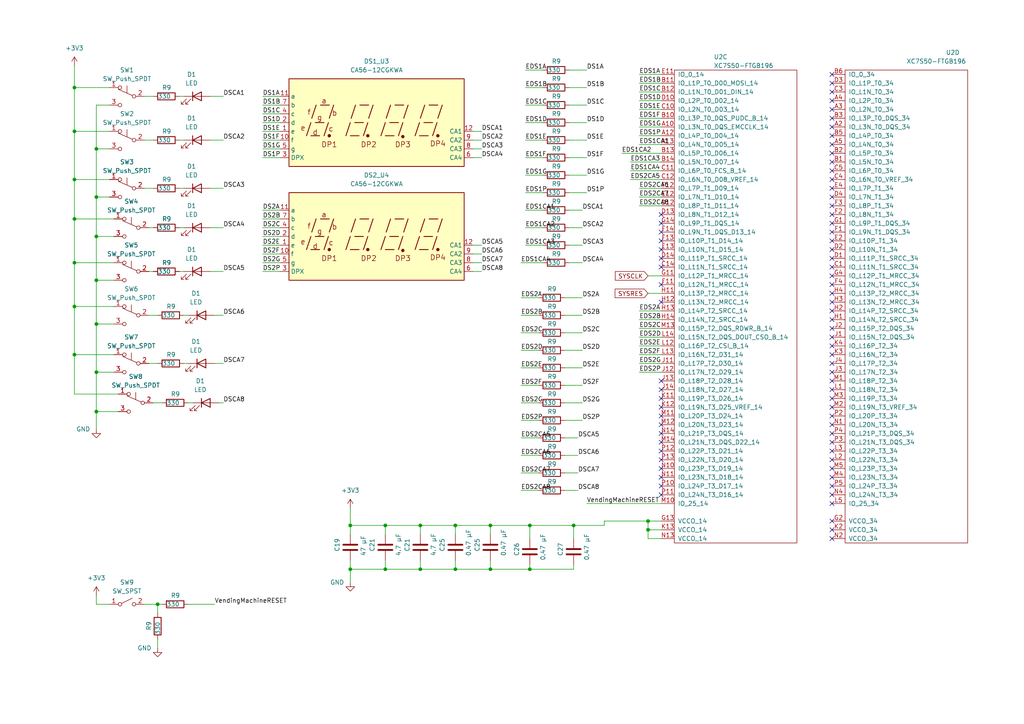
<source format=kicad_sch>
(kicad_sch (version 20230121) (generator eeschema)
  (paper "A4")
  (junction (at 27.94 68.58))
  (junction (at 21.59 52.07))
  (junction (at 111.76 165.1))
  (junction (at 27.94 93.98))
  (junction (at 101.6 165.1))
  (junction (at 27.94 57.15))
  (junction (at 111.76 152.4))
  (junction (at 121.92 152.4))
  (junction (at 21.59 25.4))
  (junction (at 132.08 152.4))
  (junction (at 153.67 165.1))
  (junction (at 153.67 152.4))
  (junction (at 166.37 152.4))
  (junction (at 132.08 165.1))
  (junction (at 21.59 88.9))
  (junction (at 187.96 151.13))
  (junction (at 27.94 43.18))
  (junction (at 142.24 152.4))
  (junction (at 101.6 152.4))
  (junction (at 45.72 175.26))
  (junction (at 187.96 153.67))
  (junction (at 27.94 107.95))
  (junction (at 21.59 102.87))
  (junction (at 21.59 63.5))
  (junction (at 27.94 81.28))
  (junction (at 21.59 76.2))
  (junction (at 21.59 38.1))
  (junction (at 142.24 165.1))
  (junction (at 27.94 119.38))
  (junction (at 121.92 165.1))
  (no_connect (at 241.3 102.87))
  (no_connect (at 191.77 130.81))
  (no_connect (at 241.3 151.13))
  (no_connect (at 241.3 54.61))
  (no_connect (at 191.77 72.39))
  (no_connect (at 241.3 57.15))
  (no_connect (at 241.3 135.89))
  (no_connect (at 241.3 146.05))
  (no_connect (at 191.77 133.35))
  (no_connect (at 191.77 62.23))
  (no_connect (at 241.3 130.81))
  (no_connect (at 191.77 67.31))
  (no_connect (at 241.3 62.23))
  (no_connect (at 241.3 39.37))
  (no_connect (at 191.77 138.43))
  (no_connect (at 191.77 143.51))
  (no_connect (at 241.3 77.47))
  (no_connect (at 241.3 52.07))
  (no_connect (at 191.77 69.85))
  (no_connect (at 241.3 133.35))
  (no_connect (at 241.3 74.93))
  (no_connect (at 241.3 125.73))
  (no_connect (at 191.77 118.11))
  (no_connect (at 191.77 82.55))
  (no_connect (at 241.3 92.71))
  (no_connect (at 241.3 44.45))
  (no_connect (at 241.3 29.21))
  (no_connect (at 241.3 95.25))
  (no_connect (at 241.3 140.97))
  (no_connect (at 241.3 72.39))
  (no_connect (at 191.77 113.03))
  (no_connect (at 241.3 143.51))
  (no_connect (at 241.3 156.21))
  (no_connect (at 241.3 46.99))
  (no_connect (at 241.3 110.49))
  (no_connect (at 191.77 77.47))
  (no_connect (at 241.3 100.33))
  (no_connect (at 241.3 128.27))
  (no_connect (at 191.77 125.73))
  (no_connect (at 241.3 34.29))
  (no_connect (at 191.77 128.27))
  (no_connect (at 241.3 153.67))
  (no_connect (at 191.77 120.65))
  (no_connect (at 241.3 67.31))
  (no_connect (at 241.3 138.43))
  (no_connect (at 241.3 59.69))
  (no_connect (at 191.77 64.77))
  (no_connect (at 241.3 49.53))
  (no_connect (at 241.3 21.59))
  (no_connect (at 191.77 74.93))
  (no_connect (at 191.77 110.49))
  (no_connect (at 241.3 118.11))
  (no_connect (at 191.77 135.89))
  (no_connect (at 241.3 87.63))
  (no_connect (at 191.77 115.57))
  (no_connect (at 241.3 69.85))
  (no_connect (at 191.77 87.63))
  (no_connect (at 191.77 123.19))
  (no_connect (at 241.3 24.13))
  (no_connect (at 241.3 97.79))
  (no_connect (at 191.77 140.97))
  (no_connect (at 241.3 85.09))
  (no_connect (at 241.3 123.19))
  (no_connect (at 241.3 64.77))
  (no_connect (at 241.3 82.55))
  (no_connect (at 241.3 105.41))
  (no_connect (at 241.3 115.57))
  (no_connect (at 241.3 113.03))
  (no_connect (at 241.3 41.91))
  (no_connect (at 241.3 36.83))
  (no_connect (at 241.3 80.01))
  (no_connect (at 241.3 90.17))
  (no_connect (at 241.3 26.67))
  (no_connect (at 241.3 107.95))
  (no_connect (at 241.3 31.75))
  (no_connect (at 241.3 120.65))
  (wire (pts (xy 21.59 38.1) (xy 21.59 52.07)))
  (wire (pts (xy 137.16 45.72) (xy 139.7 45.72)))
  (wire (pts (xy 185.42 92.71) (xy 191.77 92.71)))
  (wire (pts (xy 152.4 66.04) (xy 157.48 66.04)))
  (wire (pts (xy 43.18 66.04) (xy 44.45 66.04)))
  (wire (pts (xy 45.72 175.26) (xy 46.99 175.26)))
  (wire (pts (xy 76.2 78.74) (xy 81.28 78.74)))
  (wire (pts (xy 27.94 57.15) (xy 31.75 57.15)))
  (wire (pts (xy 60.96 40.64) (xy 64.77 40.64)))
  (wire (pts (xy 27.94 93.98) (xy 33.02 93.98)))
  (wire (pts (xy 163.83 142.24) (xy 167.64 142.24)))
  (wire (pts (xy 76.2 43.18) (xy 81.28 43.18)))
  (wire (pts (xy 21.59 88.9) (xy 33.02 88.9)))
  (wire (pts (xy 137.16 71.12) (xy 139.7 71.12)))
  (wire (pts (xy 21.59 63.5) (xy 21.59 76.2)))
  (wire (pts (xy 151.13 106.68) (xy 156.21 106.68)))
  (wire (pts (xy 111.76 165.1) (xy 121.92 165.1)))
  (wire (pts (xy 175.26 151.13) (xy 175.26 152.4)))
  (wire (pts (xy 151.13 76.2) (xy 157.48 76.2)))
  (wire (pts (xy 165.1 55.88) (xy 170.18 55.88)))
  (wire (pts (xy 187.96 85.09) (xy 191.77 85.09)))
  (wire (pts (xy 60.96 27.94) (xy 64.77 27.94)))
  (wire (pts (xy 27.94 68.58) (xy 27.94 81.28)))
  (wire (pts (xy 101.6 165.1) (xy 101.6 168.91)))
  (wire (pts (xy 163.83 116.84) (xy 168.91 116.84)))
  (wire (pts (xy 27.94 43.18) (xy 27.94 57.15)))
  (wire (pts (xy 151.13 116.84) (xy 156.21 116.84)))
  (wire (pts (xy 185.42 102.87) (xy 191.77 102.87)))
  (wire (pts (xy 185.42 24.13) (xy 191.77 24.13)))
  (wire (pts (xy 165.1 50.8) (xy 170.18 50.8)))
  (wire (pts (xy 166.37 163.83) (xy 166.37 165.1)))
  (wire (pts (xy 191.77 153.67) (xy 187.96 153.67)))
  (wire (pts (xy 52.07 66.04) (xy 53.34 66.04)))
  (wire (pts (xy 121.92 165.1) (xy 132.08 165.1)))
  (wire (pts (xy 187.96 80.01) (xy 191.77 80.01)))
  (wire (pts (xy 111.76 154.94) (xy 111.76 152.4)))
  (wire (pts (xy 27.94 119.38) (xy 27.94 124.46)))
  (wire (pts (xy 21.59 102.87) (xy 21.59 114.3)))
  (wire (pts (xy 76.2 68.58) (xy 81.28 68.58)))
  (wire (pts (xy 76.2 27.94) (xy 81.28 27.94)))
  (wire (pts (xy 151.13 91.44) (xy 156.21 91.44)))
  (wire (pts (xy 152.4 25.4) (xy 157.48 25.4)))
  (wire (pts (xy 76.2 33.02) (xy 81.28 33.02)))
  (wire (pts (xy 151.13 132.08) (xy 156.21 132.08)))
  (wire (pts (xy 142.24 162.56) (xy 142.24 165.1)))
  (wire (pts (xy 34.29 114.3) (xy 21.59 114.3)))
  (wire (pts (xy 41.91 175.26) (xy 45.72 175.26)))
  (wire (pts (xy 121.92 162.56) (xy 121.92 165.1)))
  (wire (pts (xy 54.61 175.26) (xy 62.23 175.26)))
  (wire (pts (xy 111.76 152.4) (xy 101.6 152.4)))
  (wire (pts (xy 76.2 73.66) (xy 81.28 73.66)))
  (wire (pts (xy 76.2 30.48) (xy 81.28 30.48)))
  (wire (pts (xy 53.34 91.44) (xy 54.61 91.44)))
  (wire (pts (xy 163.83 106.68) (xy 168.91 106.68)))
  (wire (pts (xy 27.94 43.18) (xy 31.75 43.18)))
  (wire (pts (xy 44.45 116.84) (xy 46.99 116.84)))
  (wire (pts (xy 41.91 54.61) (xy 44.45 54.61)))
  (wire (pts (xy 163.83 127) (xy 167.64 127)))
  (wire (pts (xy 185.42 90.17) (xy 191.77 90.17)))
  (wire (pts (xy 21.59 88.9) (xy 21.59 102.87)))
  (wire (pts (xy 60.96 54.61) (xy 64.77 54.61)))
  (wire (pts (xy 185.42 105.41) (xy 191.77 105.41)))
  (wire (pts (xy 185.42 57.15) (xy 191.77 57.15)))
  (wire (pts (xy 41.91 27.94) (xy 44.45 27.94)))
  (wire (pts (xy 142.24 152.4) (xy 142.24 154.94)))
  (wire (pts (xy 151.13 96.52) (xy 156.21 96.52)))
  (wire (pts (xy 111.76 162.56) (xy 111.76 165.1)))
  (wire (pts (xy 153.67 163.83) (xy 153.67 165.1)))
  (wire (pts (xy 121.92 152.4) (xy 132.08 152.4)))
  (wire (pts (xy 185.42 95.25) (xy 191.77 95.25)))
  (wire (pts (xy 21.59 76.2) (xy 21.59 88.9)))
  (wire (pts (xy 165.1 20.32) (xy 170.18 20.32)))
  (wire (pts (xy 137.16 78.74) (xy 139.7 78.74)))
  (wire (pts (xy 152.4 60.96) (xy 157.48 60.96)))
  (wire (pts (xy 132.08 162.56) (xy 132.08 165.1)))
  (wire (pts (xy 152.4 50.8) (xy 157.48 50.8)))
  (wire (pts (xy 137.16 38.1) (xy 139.7 38.1)))
  (wire (pts (xy 21.59 76.2) (xy 33.02 76.2)))
  (wire (pts (xy 152.4 30.48) (xy 157.48 30.48)))
  (wire (pts (xy 182.88 46.99) (xy 191.77 46.99)))
  (wire (pts (xy 152.4 40.64) (xy 157.48 40.64)))
  (wire (pts (xy 52.07 78.74) (xy 53.34 78.74)))
  (wire (pts (xy 185.42 39.37) (xy 191.77 39.37)))
  (wire (pts (xy 76.2 35.56) (xy 81.28 35.56)))
  (wire (pts (xy 163.83 111.76) (xy 168.91 111.76)))
  (wire (pts (xy 76.2 63.5) (xy 81.28 63.5)))
  (wire (pts (xy 165.1 30.48) (xy 170.18 30.48)))
  (wire (pts (xy 137.16 76.2) (xy 139.7 76.2)))
  (wire (pts (xy 53.34 105.41) (xy 54.61 105.41)))
  (wire (pts (xy 152.4 35.56) (xy 157.48 35.56)))
  (wire (pts (xy 151.13 127) (xy 156.21 127)))
  (wire (pts (xy 132.08 165.1) (xy 142.24 165.1)))
  (wire (pts (xy 152.4 55.88) (xy 157.48 55.88)))
  (wire (pts (xy 52.07 27.94) (xy 53.34 27.94)))
  (wire (pts (xy 142.24 152.4) (xy 153.67 152.4)))
  (wire (pts (xy 21.59 25.4) (xy 31.75 25.4)))
  (wire (pts (xy 45.72 175.26) (xy 45.72 177.8)))
  (wire (pts (xy 185.42 41.91) (xy 191.77 41.91)))
  (wire (pts (xy 27.94 68.58) (xy 33.02 68.58)))
  (wire (pts (xy 191.77 151.13) (xy 187.96 151.13)))
  (wire (pts (xy 165.1 76.2) (xy 168.91 76.2)))
  (wire (pts (xy 45.72 185.42) (xy 45.72 187.96)))
  (wire (pts (xy 31.75 38.1) (xy 21.59 38.1)))
  (wire (pts (xy 27.94 175.26) (xy 27.94 172.72)))
  (wire (pts (xy 60.96 78.74) (xy 64.77 78.74)))
  (wire (pts (xy 21.59 63.5) (xy 33.02 63.5)))
  (wire (pts (xy 52.07 40.64) (xy 53.34 40.64)))
  (wire (pts (xy 27.94 81.28) (xy 27.94 93.98)))
  (wire (pts (xy 185.42 36.83) (xy 191.77 36.83)))
  (wire (pts (xy 27.94 119.38) (xy 34.29 119.38)))
  (wire (pts (xy 151.13 137.16) (xy 156.21 137.16)))
  (wire (pts (xy 187.96 156.21) (xy 187.96 153.67)))
  (wire (pts (xy 27.94 93.98) (xy 27.94 107.95)))
  (wire (pts (xy 180.34 44.45) (xy 191.77 44.45)))
  (wire (pts (xy 151.13 111.76) (xy 156.21 111.76)))
  (wire (pts (xy 142.24 165.1) (xy 153.67 165.1)))
  (wire (pts (xy 76.2 40.64) (xy 81.28 40.64)))
  (wire (pts (xy 137.16 40.64) (xy 139.7 40.64)))
  (wire (pts (xy 152.4 20.32) (xy 157.48 20.32)))
  (wire (pts (xy 152.4 45.72) (xy 157.48 45.72)))
  (wire (pts (xy 101.6 162.56) (xy 101.6 165.1)))
  (wire (pts (xy 163.83 101.6) (xy 168.91 101.6)))
  (wire (pts (xy 27.94 107.95) (xy 33.02 107.95)))
  (wire (pts (xy 31.75 175.26) (xy 27.94 175.26)))
  (wire (pts (xy 76.2 45.72) (xy 81.28 45.72)))
  (wire (pts (xy 182.88 49.53) (xy 191.77 49.53)))
  (wire (pts (xy 191.77 156.21) (xy 187.96 156.21)))
  (wire (pts (xy 111.76 152.4) (xy 121.92 152.4)))
  (wire (pts (xy 163.83 86.36) (xy 168.91 86.36)))
  (wire (pts (xy 165.1 66.04) (xy 168.91 66.04)))
  (wire (pts (xy 185.42 107.95) (xy 191.77 107.95)))
  (wire (pts (xy 185.42 100.33) (xy 191.77 100.33)))
  (wire (pts (xy 111.76 165.1) (xy 101.6 165.1)))
  (wire (pts (xy 165.1 60.96) (xy 168.91 60.96)))
  (wire (pts (xy 27.94 107.95) (xy 27.94 119.38)))
  (wire (pts (xy 76.2 71.12) (xy 81.28 71.12)))
  (wire (pts (xy 33.02 81.28) (xy 27.94 81.28)))
  (wire (pts (xy 132.08 152.4) (xy 142.24 152.4)))
  (wire (pts (xy 163.83 137.16) (xy 167.64 137.16)))
  (wire (pts (xy 163.83 132.08) (xy 167.64 132.08)))
  (wire (pts (xy 21.59 52.07) (xy 21.59 63.5)))
  (wire (pts (xy 152.4 71.12) (xy 157.48 71.12)))
  (wire (pts (xy 132.08 152.4) (xy 132.08 154.94)))
  (wire (pts (xy 101.6 147.32) (xy 101.6 152.4)))
  (wire (pts (xy 60.96 66.04) (xy 64.77 66.04)))
  (wire (pts (xy 185.42 29.21) (xy 191.77 29.21)))
  (wire (pts (xy 54.61 116.84) (xy 55.88 116.84)))
  (wire (pts (xy 43.18 91.44) (xy 45.72 91.44)))
  (wire (pts (xy 185.42 26.67) (xy 191.77 26.67)))
  (wire (pts (xy 151.13 121.92) (xy 156.21 121.92)))
  (wire (pts (xy 163.83 96.52) (xy 168.91 96.52)))
  (wire (pts (xy 165.1 35.56) (xy 170.18 35.56)))
  (wire (pts (xy 62.23 91.44) (xy 64.77 91.44)))
  (wire (pts (xy 121.92 152.4) (xy 121.92 154.94)))
  (wire (pts (xy 31.75 30.48) (xy 27.94 30.48)))
  (wire (pts (xy 153.67 156.21) (xy 153.67 152.4)))
  (wire (pts (xy 31.75 52.07) (xy 21.59 52.07)))
  (wire (pts (xy 185.42 21.59) (xy 191.77 21.59)))
  (wire (pts (xy 43.18 78.74) (xy 44.45 78.74)))
  (wire (pts (xy 21.59 25.4) (xy 21.59 38.1)))
  (wire (pts (xy 153.67 152.4) (xy 166.37 152.4)))
  (wire (pts (xy 165.1 71.12) (xy 168.91 71.12)))
  (wire (pts (xy 43.18 105.41) (xy 45.72 105.41)))
  (wire (pts (xy 187.96 153.67) (xy 187.96 151.13)))
  (wire (pts (xy 21.59 102.87) (xy 33.02 102.87)))
  (wire (pts (xy 41.91 40.64) (xy 44.45 40.64)))
  (wire (pts (xy 165.1 25.4) (xy 170.18 25.4)))
  (wire (pts (xy 165.1 45.72) (xy 170.18 45.72)))
  (wire (pts (xy 185.42 97.79) (xy 191.77 97.79)))
  (wire (pts (xy 182.88 52.07) (xy 191.77 52.07)))
  (wire (pts (xy 21.59 19.05) (xy 21.59 25.4)))
  (wire (pts (xy 166.37 152.4) (xy 166.37 156.21)))
  (wire (pts (xy 185.42 34.29) (xy 191.77 34.29)))
  (wire (pts (xy 170.18 146.05) (xy 191.77 146.05)))
  (wire (pts (xy 165.1 40.64) (xy 170.18 40.64)))
  (wire (pts (xy 163.83 91.44) (xy 168.91 91.44)))
  (wire (pts (xy 175.26 152.4) (xy 166.37 152.4)))
  (wire (pts (xy 63.5 116.84) (xy 64.77 116.84)))
  (wire (pts (xy 163.83 121.92) (xy 168.91 121.92)))
  (wire (pts (xy 137.16 43.18) (xy 139.7 43.18)))
  (wire (pts (xy 76.2 76.2) (xy 81.28 76.2)))
  (wire (pts (xy 27.94 57.15) (xy 27.94 68.58)))
  (wire (pts (xy 76.2 38.1) (xy 81.28 38.1)))
  (wire (pts (xy 151.13 142.24) (xy 156.21 142.24)))
  (wire (pts (xy 101.6 152.4) (xy 101.6 154.94)))
  (wire (pts (xy 185.42 31.75) (xy 191.77 31.75)))
  (wire (pts (xy 166.37 165.1) (xy 153.67 165.1)))
  (wire (pts (xy 76.2 66.04) (xy 81.28 66.04)))
  (wire (pts (xy 52.07 54.61) (xy 53.34 54.61)))
  (wire (pts (xy 27.94 30.48) (xy 27.94 43.18)))
  (wire (pts (xy 151.13 101.6) (xy 156.21 101.6)))
  (wire (pts (xy 185.42 54.61) (xy 191.77 54.61)))
  (wire (pts (xy 151.13 86.36) (xy 156.21 86.36)))
  (wire (pts (xy 175.26 151.13) (xy 187.96 151.13)))
  (wire (pts (xy 76.2 60.96) (xy 81.28 60.96)))
  (wire (pts (xy 62.23 105.41) (xy 64.77 105.41)))
  (wire (pts (xy 185.42 59.69) (xy 191.77 59.69)))
  (wire (pts (xy 137.16 73.66) (xy 139.7 73.66)))
  (label "EDS1CA3" (at 152.4 71.12 0))
  (label "EDS2B" (at 185.42 92.71 0))
  (label "DSCA5" (at 139.7 71.12 0))
  (label "DS2G" (at 168.91 116.84 0))
  (label "DS1P" (at 76.2 45.72 0))
  (label "EDS1G" (at 152.4 50.8 0))
  (label "DSCA7" (at 64.77 105.41 0))
  (label "DS1B" (at 76.2 30.48 0))
  (label "DS1B" (at 170.18 25.4 0))
  (label "EDS1A" (at 152.4 20.32 0))
  (label "DS2E" (at 168.91 106.68 0))
  (label "VendingMachineRESET" (at 170.18 146.05 0))
  (label "DSCA3" (at 64.77 54.61 0))
  (label "DS1F" (at 76.2 40.64 0))
  (label "DSCA3" (at 168.91 71.12 0))
  (label "EDS1CA4" (at 182.88 49.53 0))
  (label "EDS2CA8" (at 185.42 59.69 0))
  (label "EDS1C" (at 152.4 30.48 0))
  (label "EDS1CA1" (at 185.42 41.91 0))
  (label "DSCA7" (at 167.64 137.16 0))
  (label "EDS1G" (at 185.42 36.83 0))
  (label "DSCA2" (at 168.91 66.04 0))
  (label "EDS2F" (at 151.13 111.76 0))
  (label "DSCA4" (at 168.91 76.2 0))
  (label "EDS1F" (at 185.42 34.29 0))
  (label "EDS1CA2" (at 180.34 44.45 0))
  (label "EDS2CA7" (at 151.13 137.16 0))
  (label "EDS2E" (at 185.42 100.33 0))
  (label "DS1C" (at 76.2 33.02 0))
  (label "EDS2CA8" (at 151.13 142.24 0))
  (label "DSCA7" (at 139.7 76.2 0))
  (label "DS1G" (at 170.18 50.8 0))
  (label "EDS2A" (at 151.13 86.36 0))
  (label "DS1A" (at 76.2 27.94 0))
  (label "EDS2G" (at 185.42 105.41 0))
  (label "DSCA1" (at 64.77 27.94 0))
  (label "DS1G" (at 76.2 43.18 0))
  (label "EDS1CA3" (at 182.88 46.99 0))
  (label "EDS2A" (at 185.42 90.17 0))
  (label "EDS2CA7" (at 185.42 57.15 0))
  (label "EDS2B" (at 151.13 91.44 0))
  (label "EDS1CA2" (at 152.4 66.04 0))
  (label "DSCA2" (at 139.7 40.64 0))
  (label "DSCA4" (at 139.7 45.72 0))
  (label "EDS1E" (at 185.42 31.75 0))
  (label "EDS1CA4" (at 151.13 76.2 0))
  (label "DSCA8" (at 139.7 78.74 0))
  (label "DS2A" (at 168.91 86.36 0))
  (label "DSCA6" (at 64.77 91.44 0))
  (label "DSCA8" (at 167.64 142.24 0))
  (label "EDS2CA5" (at 182.88 52.07 0))
  (label "DSCA5" (at 64.77 78.74 0))
  (label "DS2F" (at 168.91 111.76 0))
  (label "DSCA6" (at 139.7 73.66 0))
  (label "EDS1CA1" (at 152.4 60.96 0))
  (label "EDS2CA6" (at 185.42 54.61 0))
  (label "EDS1P" (at 185.42 39.37 0))
  (label "EDS1F" (at 152.4 45.72 0))
  (label "DS2A" (at 76.2 60.96 0))
  (label "EDS2P" (at 185.42 107.95 0))
  (label "DSCA4" (at 64.77 66.04 0))
  (label "DS2B" (at 168.91 91.44 0))
  (label "EDS2P" (at 151.13 121.92 0))
  (label "DS2C" (at 76.2 66.04 0))
  (label "EDS2E" (at 151.13 106.68 0))
  (label "DSCA8" (at 64.77 116.84 0))
  (label "DS1P" (at 170.18 55.88 0))
  (label "DS2P" (at 168.91 121.92 0))
  (label "DSCA1" (at 168.91 60.96 0))
  (label "DS2F" (at 76.2 73.66 0))
  (label "EDS2C" (at 151.13 96.52 0))
  (label "EDS1A" (at 185.42 21.59 0))
  (label "EDS2CA6" (at 151.13 132.08 0))
  (label "EDS1D" (at 152.4 35.56 0))
  (label "DS2E" (at 76.2 71.12 0))
  (label "EDS2D" (at 151.13 101.6 0))
  (label "EDS1C" (at 185.42 26.67 0))
  (label "EDS2CA5" (at 151.13 127 0))
  (label "EDS2G" (at 151.13 116.84 0))
  (label "DS1D" (at 76.2 35.56 0))
  (label "DS2B" (at 76.2 63.5 0))
  (label "EDS2F" (at 185.42 102.87 0))
  (label "DS2P" (at 76.2 78.74 0))
  (label "DS2D" (at 76.2 68.58 0))
  (label "EDS1P" (at 152.4 55.88 0))
  (label "DSCA6" (at 167.64 132.08 0))
  (label "DS1E" (at 76.2 38.1 0))
  (label "EDS2C" (at 185.42 95.25 0))
  (label "DS1C" (at 170.18 30.48 0))
  (label "DS1E" (at 170.18 40.64 0))
  (label "DSCA5" (at 167.64 127 0))
  (label "EDS1B" (at 152.4 25.4 0))
  (label "DS1F" (at 170.18 45.72 0))
  (label "VendingMachineRESET" (at 62.23 175.26 0))
  (label "DS2D" (at 168.91 101.6 0))
  (label "DSCA2" (at 64.77 40.64 0))
  (label "DS1A" (at 170.18 20.32 0))
  (label "DSCA3" (at 139.7 43.18 0))
  (label "DS2G" (at 76.2 76.2 0))
  (label "EDS1B" (at 185.42 24.13 0))
  (label "DS2C" (at 168.91 96.52 0))
  (label "EDS1D" (at 185.42 29.21 0))
  (label "EDS1E" (at 152.4 40.64 0))
  (label "DSCA1" (at 139.7 38.1 0))
  (label "EDS2D" (at 185.42 97.79 0))
  (label "DS1D" (at 170.18 35.56 0))
  (global_label "SYSCLK" (shape input) (at 187.96 80.01 180) (property "Intersheetrefs" "${INTERSHEET_REFS}" (effects hide)))
  (global_label "SYSRES" (shape input) (at 187.96 85.09 180) (property "Intersheetrefs" "${INTERSHEET_REFS}" (effects hide)))
  (symbol (lib_id "Device:C") (at 132.08 158.75 0) (unit 1)
    (property "Reference" "C25" (at 128.27 160.02 90) (effects (justify left)))
    (property "Value" "0.47 µF" (at 135.89 161.29 90) (effects (justify left)))
    (property "Footprint" "Capacitor_SMD:C_0201_0603Metric" (effects hide))
    (instances (project "VendingMachine" (path "" (reference "C25") (unit 1)) (path "" (reference "C38") (unit 1))))
  )
  (symbol (lib_id "Device:R") (at 160.02 142.24 270) (unit 1)
    (property "Reference" "R9" (at 158.75 139.7 90) (effects (justify left)))
    (property "Value" "330" (at 157.48 142.24 90) (effects (justify left)))
    (property "Footprint" "Resistor_SMD:R_0402_1005Metric" (effects hide))
    (instances (project "VendingMachine" (path "" (reference "R9") (unit 1)) (path "" (reference "R10") (unit 1)) (path "" (reference "R30") (unit 1))))
  )
  (symbol (lib_id "Device:R") (at 161.29 50.8 270) (unit 1)
    (property "Reference" "R9" (at 160.02 48.26 90) (effects (justify left)))
    (property "Value" "330" (at 158.75 50.8 90) (effects (justify left)))
    (property "Footprint" "Resistor_SMD:R_0402_1005Metric" (effects hide))
    (instances (project "VendingMachine" (path "" (reference "R9") (unit 1)) (path "" (reference "R10") (unit 1)) (path "" (reference "R21") (unit 1))))
  )
  (symbol (lib_id "Device:LED") (at 58.42 105.41 0) (unit 1)
    (property "Reference" "D1" (at 56.8325 99.06 0))
    (property "Value" "LED" (at 56.8325 101.6 0))
    (property "Footprint" "LED_SMD:LED_0201_0603Metric" (effects hide))
    (instances (project "VendingMachine" (path "" (reference "D1") (unit 1)) (path "" (reference "D2") (unit 1)) (path "" (reference "D9") (unit 1))))
  )
  (symbol (lib_id "Device:R") (at 160.02 86.36 270) (unit 1)
    (property "Reference" "R9" (at 158.75 83.82 90) (effects (justify left)))
    (property "Value" "330" (at 157.48 86.36 90) (effects (justify left)))
    (property "Footprint" "Resistor_SMD:R_0402_1005Metric" (effects hide))
    (instances (project "VendingMachine" (path "" (reference "R9") (unit 1)) (path "" (reference "R10") (unit 1)) (path "" (reference "R39") (unit 1))))
  )
  (symbol (lib_id "power:GND") (at 45.72 187.96 0) (unit 1)
    (property "Reference" "#PWR029" (effects hide))
    (property "Value" "GND" (at 41.91 187.96 0))
    (instances (project "VendingMachine" (path "" (reference "#PWR029") (unit 1)) (path "" (reference "#PWR051") (unit 1))))
  )
  (symbol (lib_id "Switch:SW_Push_SPDT") (at 38.1 78.74 0) (mirror y) (unit 1)
    (property "Reference" "SW5" (at 38.1 71.12 0))
    (property "Value" "SW_Push_SPDT" (at 38.1 73.66 0))
    (property "Footprint" "Button_Switch_SMD:SW_SPDT_REED_MSDM-DT" (effects hide))
  )
  (symbol (lib_id "Device:R") (at 50.8 175.26 270) (unit 1)
    (property "Reference" "R9" (at 49.53 172.72 90) (effects (justify left)))
    (property "Value" "330" (at 48.26 175.26 90) (effects (justify left)))
    (property "Footprint" "Resistor_SMD:R_0402_1005Metric" (effects hide))
    (instances (project "VendingMachine" (path "" (reference "R9") (unit 1)) (path "" (reference "R10") (unit 1)) (path "" (reference "R47") (unit 1))))
  )
  (symbol (lib_id "Device:C") (at 153.67 160.02 0) (unit 1)
    (property "Reference" "C26" (at 149.86 161.29 90) (effects (justify left)))
    (property "Value" "0.47 µF" (at 157.48 162.56 90) (effects (justify left)))
    (property "Footprint" "Capacitor_SMD:C_0201_0603Metric" (effects hide))
    (instances (project "VendingMachine" (path "" (reference "C26") (unit 1)) (path "" (reference "C39") (unit 1))))
  )
  (symbol (lib_id "Device:R") (at 161.29 60.96 270) (unit 1)
    (property "Reference" "R9" (at 160.02 58.42 90) (effects (justify left)))
    (property "Value" "330" (at 158.75 60.96 90) (effects (justify left)))
    (property "Footprint" "Resistor_SMD:R_0402_1005Metric" (effects hide))
    (instances (project "VendingMachine" (path "" (reference "R9") (unit 1)) (path "" (reference "R10") (unit 1)) (path "" (reference "R23") (unit 1))))
  )
  (symbol (lib_id "Device:C") (at 166.37 160.02 0) (unit 1)
    (property "Reference" "C27" (at 162.56 161.29 90) (effects (justify left)))
    (property "Value" "0.47 µF" (at 170.18 162.56 90) (effects (justify left)))
    (property "Footprint" "Capacitor_SMD:C_0201_0603Metric" (effects hide))
    (instances (project "VendingMachine" (path "" (reference "C27") (unit 1)) (path "" (reference "C40") (unit 1))))
  )
  (symbol (lib_id "Device:R") (at 48.26 40.64 270) (unit 1)
    (property "Reference" "R9" (at 46.99 38.1 90) (effects (justify left)))
    (property "Value" "330" (at 45.72 40.64 90) (effects (justify left)))
    (property "Footprint" "Resistor_SMD:R_0402_1005Metric" (effects hide))
    (instances (project "VendingMachine" (path "" (reference "R9") (unit 1)) (path "" (reference "R10") (unit 1)) (path "" (reference "R57") (unit 1))))
  )
  (symbol (lib_id "Device:R") (at 161.29 71.12 270) (unit 1)
    (property "Reference" "R9" (at 160.02 68.58 90) (effects (justify left)))
    (property "Value" "330" (at 158.75 71.12 90) (effects (justify left)))
    (property "Footprint" "Resistor_SMD:R_0402_1005Metric" (effects hide))
    (instances (project "VendingMachine" (path "" (reference "R9") (unit 1)) (path "" (reference "R10") (unit 1)) (path "" (reference "R25") (unit 1))))
  )
  (symbol (lib_id "Device:R") (at 160.02 96.52 270) (unit 1)
    (property "Reference" "R9" (at 158.75 93.98 90) (effects (justify left)))
    (property "Value" "330" (at 157.48 96.52 90) (effects (justify left)))
    (property "Footprint" "Resistor_SMD:R_0402_1005Metric" (effects hide))
    (instances (project "VendingMachine" (path "" (reference "R9") (unit 1)) (path "" (reference "R10") (unit 1)) (path "" (reference "R41") (unit 1))))
  )
  (symbol (lib_id "Device:C") (at 111.76 158.75 0) (unit 1)
    (property "Reference" "C21" (at 107.95 160.02 90) (effects (justify left)))
    (property "Value" "4.7 µF" (at 115.57 161.29 90) (effects (justify left)))
    (property "Footprint" "Capacitor_SMD:C_0201_0603Metric" (effects hide))
    (instances (project "VendingMachine" (path "" (reference "C21") (unit 1)) (path "" (reference "C37") (unit 1))))
  )
  (symbol (lib_id "Device:R") (at 160.02 137.16 270) (unit 1)
    (property "Reference" "R9" (at 158.75 134.62 90) (effects (justify left)))
    (property "Value" "330" (at 157.48 137.16 90) (effects (justify left)))
    (property "Footprint" "Resistor_SMD:R_0402_1005Metric" (effects hide))
    (instances (project "VendingMachine" (path "" (reference "R9") (unit 1)) (path "" (reference "R10") (unit 1)) (path "" (reference "R29") (unit 1))))
  )
  (symbol (lib_id "Device:R") (at 48.26 66.04 270) (unit 1)
    (property "Reference" "R9" (at 46.99 63.5 90) (effects (justify left)))
    (property "Value" "330" (at 45.72 66.04 90) (effects (justify left)))
    (property "Footprint" "Resistor_SMD:R_0402_1005Metric" (effects hide))
    (instances (project "VendingMachine" (path "" (reference "R9") (unit 1)) (path "" (reference "R10") (unit 1)) (path "" (reference "R50") (unit 1))))
  )
  (symbol (lib_id "Device:R") (at 161.29 25.4 270) (unit 1)
    (property "Reference" "R9" (at 160.02 22.86 90) (effects (justify left)))
    (property "Value" "330" (at 158.75 25.4 90) (effects (justify left)))
    (property "Footprint" "Resistor_SMD:R_0402_1005Metric" (effects hide))
    (instances (project "VendingMachine" (path "" (reference "R9") (unit 1)) (path "" (reference "R10") (unit 1)) (path "" (reference "R16") (unit 1))))
  )
  (symbol (lib_id "power:+3V3") (at 21.59 19.05 0) (unit 1)
    (property "Reference" "#PWR032" (effects hide))
    (property "Value" "+3V3" (at 21.59 13.97 0))
    (instances (project "VendingMachine" (path "" (reference "#PWR032") (unit 1)) (path "" (reference "#PWR050") (unit 1))))
  )
  (symbol (lib_id "Device:R") (at 161.29 20.32 270) (unit 1)
    (property "Reference" "R9" (at 160.02 17.78 90) (effects (justify left)))
    (property "Value" "330" (at 158.75 20.32 90) (effects (justify left)))
    (property "Footprint" "Resistor_SMD:R_0402_1005Metric" (effects hide))
    (instances (project "VendingMachine" (path "" (reference "R9") (unit 1)) (path "" (reference "R10") (unit 1)) (path "" (reference "R15") (unit 1))))
  )
  (symbol (lib_id "Device:R") (at 50.8 116.84 270) (unit 1)
    (property "Reference" "R9" (at 49.53 114.3 90) (effects (justify left)))
    (property "Value" "330" (at 48.26 116.84 90) (effects (justify left)))
    (property "Footprint" "Resistor_SMD:R_0402_1005Metric" (effects hide))
    (instances (project "VendingMachine" (path "" (reference "R9") (unit 1)) (path "" (reference "R10") (unit 1)) (path "" (reference "R54") (unit 1))))
  )
  (symbol (lib_id "Device:R") (at 49.53 91.44 270) (unit 1)
    (property "Reference" "R9" (at 48.26 88.9 90) (effects (justify left)))
    (property "Value" "330" (at 46.99 91.44 90) (effects (justify left)))
    (property "Footprint" "Resistor_SMD:R_0402_1005Metric" (effects hide))
    (instances (project "VendingMachine" (path "" (reference "R9") (unit 1)) (path "" (reference "R10") (unit 1)) (path "" (reference "R52") (unit 1))))
  )
  (symbol (lib_id "Device:R") (at 48.26 27.94 270) (unit 1)
    (property "Reference" "R9" (at 46.99 25.4 90) (effects (justify left)))
    (property "Value" "330" (at 45.72 27.94 90) (effects (justify left)))
    (property "Footprint" "Resistor_SMD:R_0402_1005Metric" (effects hide))
    (instances (project "VendingMachine" (path "" (reference "R9") (unit 1)) (path "" (reference "R10") (unit 1)) (path "" (reference "R49") (unit 1))))
  )
  (symbol (lib_id "Device:R") (at 161.29 45.72 270) (unit 1)
    (property "Reference" "R9" (at 160.02 43.18 90) (effects (justify left)))
    (property "Value" "330" (at 158.75 45.72 90) (effects (justify left)))
    (property "Footprint" "Resistor_SMD:R_0402_1005Metric" (effects hide))
    (instances (project "VendingMachine" (path "" (reference "R9") (unit 1)) (path "" (reference "R10") (unit 1)) (path "" (reference "R20") (unit 1))))
  )
  (symbol (lib_id "FPGA_project_parts:XC7S50-FTGB196") (at 213.36 88.9 0) (unit 3)
    (property "Reference" "U2" (at 207.01 16.51 0) (effects (justify left)))
    (property "Value" "XC7S50-FTGB196" (at 207.01 19.05 0) (effects (justify left)))
    (property "Footprint" "Package_BGA:Xilinx_FTGB196" (effects hide))
  )
  (symbol (lib_id "Device:C") (at 101.6 158.75 0) (unit 1)
    (property "Reference" "C19" (at 97.79 160.02 90) (effects (justify left)))
    (property "Value" "47 µF" (at 105.41 161.29 90) (effects (justify left)))
    (property "Footprint" "Capacitor_SMD:C_0201_0603Metric" (effects hide))
    (instances (project "VendingMachine" (path "" (reference "C19") (unit 1)) (path "" (reference "C36") (unit 1))))
  )
  (symbol (lib_id "Device:R") (at 48.26 78.74 270) (unit 1)
    (property "Reference" "R9" (at 46.99 76.2 90) (effects (justify left)))
    (property "Value" "330" (at 45.72 78.74 90) (effects (justify left)))
    (property "Footprint" "Resistor_SMD:R_0402_1005Metric" (effects hide))
    (instances (project "VendingMachine" (path "" (reference "R9") (unit 1)) (path "" (reference "R10") (unit 1)) (path "" (reference "R51") (unit 1))))
  )
  (symbol (lib_id "Switch:SW_Push_SPDT") (at 39.37 116.84 0) (mirror y) (unit 1)
    (property "Reference" "SW8" (at 39.37 109.22 0))
    (property "Value" "SW_Push_SPDT" (at 39.37 111.76 0))
    (property "Footprint" "Button_Switch_SMD:SW_SPDT_REED_MSDM-DT" (effects hide))
  )
  (symbol (lib_id "Device:R") (at 160.02 91.44 270) (unit 1)
    (property "Reference" "R9" (at 158.75 88.9 90) (effects (justify left)))
    (property "Value" "330" (at 157.48 91.44 90) (effects (justify left)))
    (property "Footprint" "Resistor_SMD:R_0402_1005Metric" (effects hide))
    (instances (project "VendingMachine" (path "" (reference "R9") (unit 1)) (path "" (reference "R10") (unit 1)) (path "" (reference "R40") (unit 1))))
  )
  (symbol (lib_id "Device:R") (at 161.29 30.48 270) (unit 1)
    (property "Reference" "R9" (at 160.02 27.94 90) (effects (justify left)))
    (property "Value" "330" (at 158.75 30.48 90) (effects (justify left)))
    (property "Footprint" "Resistor_SMD:R_0402_1005Metric" (effects hide))
    (instances (project "VendingMachine" (path "" (reference "R9") (unit 1)) (path "" (reference "R10") (unit 1)) (path "" (reference "R17") (unit 1))))
  )
  (symbol (lib_id "Device:LED") (at 57.15 40.64 0) (unit 1)
    (property "Reference" "D1" (at 55.5625 34.29 0))
    (property "Value" "LED" (at 55.5625 36.83 0))
    (property "Footprint" "LED_SMD:LED_0201_0603Metric" (effects hide))
    (instances (project "VendingMachine" (path "" (reference "D1") (unit 1)) (path "" (reference "D2") (unit 1)) (path "" (reference "D4") (unit 1))))
  )
  (symbol (lib_id "Device:LED") (at 59.69 116.84 0) (unit 1)
    (property "Reference" "D1" (at 58.1025 110.49 0))
    (property "Value" "LED" (at 58.1025 113.03 0))
    (property "Footprint" "LED_SMD:LED_0201_0603Metric" (effects hide))
    (instances (project "VendingMachine" (path "" (reference "D1") (unit 1)) (path "" (reference "D2") (unit 1)) (path "" (reference "D10") (unit 1))))
  )
  (symbol (lib_id "power:GND") (at 101.6 168.91 0) (unit 1)
    (property "Reference" "#PWR029" (effects hide))
    (property "Value" "GND" (at 97.79 168.91 0))
    (instances (project "VendingMachine" (path "" (reference "#PWR029") (unit 1)) (path "" (reference "#PWR048") (unit 1))))
  )
  (symbol (lib_id "Device:LED") (at 57.15 78.74 0) (unit 1)
    (property "Reference" "D1" (at 55.5625 72.39 0))
    (property "Value" "LED" (at 55.5625 74.93 0))
    (property "Footprint" "LED_SMD:LED_0201_0603Metric" (effects hide))
    (instances (project "VendingMachine" (path "" (reference "D1") (unit 1)) (path "" (reference "D2") (unit 1)) (path "" (reference "D7") (unit 1))))
  )
  (symbol (lib_id "Device:LED") (at 57.15 27.94 0) (unit 1)
    (property "Reference" "D1" (at 55.5625 21.59 0))
    (property "Value" "LED" (at 55.5625 24.13 0))
    (property "Footprint" "LED_SMD:LED_0201_0603Metric" (effects hide))
    (instances (project "VendingMachine" (path "" (reference "D1") (unit 1)) (path "" (reference "D2") (unit 1)) (path "" (reference "D3") (unit 1))))
  )
  (symbol (lib_id "Switch:SW_Push_SPDT") (at 38.1 66.04 0) (mirror y) (unit 1)
    (property "Reference" "SW4" (at 38.1 58.42 0))
    (property "Value" "SW_Push_SPDT" (at 38.1 60.96 0))
    (property "Footprint" "Button_Switch_SMD:SW_SPDT_REED_MSDM-DT" (effects hide))
  )
  (symbol (lib_id "Device:C") (at 121.92 158.75 0) (unit 1)
    (property "Reference" "C21" (at 118.11 160.02 90) (effects (justify left)))
    (property "Value" "4.7 µF" (at 125.73 161.29 90) (effects (justify left)))
    (property "Footprint" "Capacitor_SMD:C_0201_0603Metric" (effects hide))
    (instances (project "VendingMachine" (path "" (reference "C21") (unit 1)) (path "" (reference "C42") (unit 1))))
  )
  (symbol (lib_id "FPGA_project_parts:XC7S50-FTGB196") (at 262.89 88.9 0) (unit 4)
    (property "Reference" "U2" (at 274.32 15.24 0) (effects (justify left)))
    (property "Value" "XC7S50-FTGB196" (at 262.89 17.78 0) (effects (justify left)))
    (property "Footprint" "Package_BGA:Xilinx_FTGB196" (effects hide))
  )
  (symbol (lib_id "Device:R") (at 45.72 181.61 0) (unit 1)
    (property "Reference" "R9" (at 43.18 182.88 90) (effects (justify left)))
    (property "Value" "330" (at 45.72 184.15 90) (effects (justify left)))
    (property "Footprint" "Resistor_SMD:R_0402_1005Metric" (effects hide))
    (instances (project "VendingMachine" (path "" (reference "R9") (unit 1)) (path "" (reference "R10") (unit 1)) (path "" (reference "R48") (unit 1))))
  )
  (symbol (lib_id "Device:R") (at 161.29 40.64 270) (unit 1)
    (property "Reference" "R9" (at 160.02 38.1 90) (effects (justify left)))
    (property "Value" "330" (at 158.75 40.64 90) (effects (justify left)))
    (property "Footprint" "Resistor_SMD:R_0402_1005Metric" (effects hide))
    (instances (project "VendingMachine" (path "" (reference "R9") (unit 1)) (path "" (reference "R10") (unit 1)) (path "" (reference "R19") (unit 1))))
  )
  (symbol (lib_id "Device:R") (at 160.02 101.6 270) (unit 1)
    (property "Reference" "R9" (at 158.75 99.06 90) (effects (justify left)))
    (property "Value" "330" (at 157.48 101.6 90) (effects (justify left)))
    (property "Footprint" "Resistor_SMD:R_0402_1005Metric" (effects hide))
    (instances (project "VendingMachine" (path "" (reference "R9") (unit 1)) (path "" (reference "R10") (unit 1)) (path "" (reference "R42") (unit 1))))
  )
  (symbol (lib_id "Device:R") (at 160.02 127 270) (unit 1)
    (property "Reference" "R9" (at 158.75 124.46 90) (effects (justify left)))
    (property "Value" "330" (at 157.48 127 90) (effects (justify left)))
    (property "Footprint" "Resistor_SMD:R_0402_1005Metric" (effects hide))
    (instances (project "VendingMachine" (path "" (reference "R9") (unit 1)) (path "" (reference "R10") (unit 1)) (path "" (reference "R27") (unit 1))))
  )
  (symbol (lib_id "Device:R") (at 160.02 132.08 270) (unit 1)
    (property "Reference" "R9" (at 158.75 129.54 90) (effects (justify left)))
    (property "Value" "330" (at 157.48 132.08 90) (effects (justify left)))
    (property "Footprint" "Resistor_SMD:R_0402_1005Metric" (effects hide))
    (instances (project "VendingMachine" (path "" (reference "R9") (unit 1)) (path "" (reference "R10") (unit 1)) (path "" (reference "R28") (unit 1))))
  )
  (symbol (lib_id "Switch:SW_SPST") (at 36.83 175.26 0) (unit 1)
    (property "Reference" "SW9" (at 36.83 168.91 0))
    (property "Value" "SW_SPST" (at 36.83 171.45 0))
    (property "Footprint" "Button_Switch_SMD:SW_Tactile_SPST_NO_Straight_CK_PTS636Sx25SMTRLFS" (effects hide))
  )
  (symbol (lib_id "Device:R") (at 161.29 76.2 270) (unit 1)
    (property "Reference" "R9" (at 160.02 73.66 90) (effects (justify left)))
    (property "Value" "330" (at 158.75 76.2 90) (effects (justify left)))
    (property "Footprint" "Resistor_SMD:R_0402_1005Metric" (effects hide))
    (instances (project "VendingMachine" (path "" (reference "R9") (unit 1)) (path "" (reference "R10") (unit 1)) (path "" (reference "R26") (unit 1))))
  )
  (symbol (lib_id "power:+3V3") (at 27.94 172.72 0) (unit 1)
    (property "Reference" "#PWR032" (effects hide))
    (property "Value" "+3V3" (at 27.94 167.64 0))
    (instances (project "VendingMachine" (path "" (reference "#PWR032") (unit 1)) (path "" (reference "#PWR052") (unit 1))))
  )
  (symbol (lib_id "Device:LED") (at 57.15 66.04 0) (unit 1)
    (property "Reference" "D1" (at 55.5625 59.69 0))
    (property "Value" "LED" (at 55.5625 62.23 0))
    (property "Footprint" "LED_SMD:LED_0201_0603Metric" (effects hide))
    (instances (project "VendingMachine" (path "" (reference "D1") (unit 1)) (path "" (reference "D2") (unit 1)) (path "" (reference "D6") (unit 1))))
  )
  (symbol (lib_id "Device:LED") (at 58.42 91.44 0) (unit 1)
    (property "Reference" "D1" (at 56.8325 85.09 0))
    (property "Value" "LED" (at 56.8325 87.63 0))
    (property "Footprint" "LED_SMD:LED_0201_0603Metric" (effects hide))
    (instances (project "VendingMachine" (path "" (reference "D1") (unit 1)) (path "" (reference "D2") (unit 1)) (path "" (reference "D8") (unit 1))))
  )
  (symbol (lib_id "Switch:SW_Push_SPDT") (at 38.1 105.41 0) (mirror y) (unit 1)
    (property "Reference" "SW7" (at 38.1 97.79 0))
    (property "Value" "SW_Push_SPDT" (at 38.1 100.33 0))
    (property "Footprint" "Button_Switch_SMD:SW_SPDT_REED_MSDM-DT" (effects hide))
  )
  (symbol (lib_id "Switch:SW_Push_SPDT") (at 36.83 27.94 0) (mirror y) (unit 1)
    (property "Reference" "SW1" (at 36.83 20.32 0))
    (property "Value" "SW_Push_SPDT" (at 36.83 22.86 0))
    (property "Footprint" "Button_Switch_SMD:SW_SPDT_REED_MSDM-DT" (effects hide))
  )
  (symbol (lib_id "Switch:SW_Push_SPDT") (at 36.83 54.61 0) (mirror y) (unit 1)
    (property "Reference" "SW3" (at 36.83 46.99 0))
    (property "Value" "SW_Push_SPDT" (at 36.83 49.53 0))
    (property "Footprint" "Button_Switch_SMD:SW_SPDT_REED_MSDM-DT" (effects hide))
  )
  (symbol (lib_id "Device:R") (at 161.29 35.56 270) (unit 1)
    (property "Reference" "R9" (at 160.02 33.02 90) (effects (justify left)))
    (property "Value" "330" (at 158.75 35.56 90) (effects (justify left)))
    (property "Footprint" "Resistor_SMD:R_0402_1005Metric" (effects hide))
    (instances (project "VendingMachine" (path "" (reference "R9") (unit 1)) (path "" (reference "R10") (unit 1)) (path "" (reference "R18") (unit 1))))
  )
  (symbol (lib_id "Device:C") (at 142.24 158.75 0) (unit 1)
    (property "Reference" "C25" (at 138.43 160.02 90) (effects (justify left)))
    (property "Value" "0.47 µF" (at 146.05 161.29 90) (effects (justify left)))
    (property "Footprint" "Capacitor_SMD:C_0201_0603Metric" (effects hide))
    (instances (project "VendingMachine" (path "" (reference "C25") (unit 1)) (path "" (reference "C41") (unit 1))))
  )
  (symbol (lib_id "Device:R") (at 160.02 111.76 270) (unit 1)
    (property "Reference" "R9" (at 158.75 109.22 90) (effects (justify left)))
    (property "Value" "330" (at 157.48 111.76 90) (effects (justify left)))
    (property "Footprint" "Resistor_SMD:R_0402_1005Metric" (effects hide))
    (instances (project "VendingMachine" (path "" (reference "R9") (unit 1)) (path "" (reference "R10") (unit 1)) (path "" (reference "R44") (unit 1))))
  )
  (symbol (lib_id "Device:R") (at 160.02 106.68 270) (unit 1)
    (property "Reference" "R9" (at 158.75 104.14 90) (effects (justify left)))
    (property "Value" "330" (at 157.48 106.68 90) (effects (justify left)))
    (property "Footprint" "Resistor_SMD:R_0402_1005Metric" (effects hide))
    (instances (project "VendingMachine" (path "" (reference "R9") (unit 1)) (path "" (reference "R10") (unit 1)) (path "" (reference "R43") (unit 1))))
  )
  (symbol (lib_id "power:+3V3") (at 101.6 147.32 0) (unit 1)
    (property "Reference" "#PWR032" (effects hide))
    (property "Value" "+3V3" (at 101.6 142.24 0))
    (instances (project "VendingMachine" (path "" (reference "#PWR032") (unit 1)) (path "" (reference "#PWR047") (unit 1))))
  )
  (symbol (lib_id "power:GND") (at 27.94 124.46 0) (unit 1)
    (property "Reference" "#PWR029" (effects hide))
    (property "Value" "GND" (at 24.13 124.46 0))
    (instances (project "VendingMachine" (path "" (reference "#PWR029") (unit 1)) (path "" (reference "#PWR049") (unit 1))))
  )
  (symbol (lib_id "Switch:SW_Push_SPDT") (at 36.83 40.64 0) (mirror y) (unit 1)
    (property "Reference" "SW2" (at 36.83 33.02 0))
    (property "Value" "SW_Push_SPDT" (at 36.83 35.56 0))
    (property "Footprint" "Button_Switch_SMD:SW_SPDT_REED_MSDM-DT" (effects hide))
  )
  (symbol (lib_id "Device:R") (at 161.29 55.88 270) (unit 1)
    (property "Reference" "R9" (at 160.02 53.34 90) (effects (justify left)))
    (property "Value" "330" (at 158.75 55.88 90) (effects (justify left)))
    (property "Footprint" "Resistor_SMD:R_0402_1005Metric" (effects hide))
    (instances (project "VendingMachine" (path "" (reference "R9") (unit 1)) (path "" (reference "R10") (unit 1)) (path "" (reference "R22") (unit 1))))
  )
  (symbol (lib_id "Device:LED") (at 57.15 54.61 0) (unit 1)
    (property "Reference" "D1" (at 55.5625 48.26 0))
    (property "Value" "LED" (at 55.5625 50.8 0))
    (property "Footprint" "LED_SMD:LED_0201_0603Metric" (effects hide))
    (instances (project "VendingMachine" (path "" (reference "D1") (unit 1)) (path "" (reference "D2") (unit 1)) (path "" (reference "D5") (unit 1))))
  )
  (symbol (lib_id "Switch:SW_Push_SPDT") (at 38.1 91.44 0) (mirror y) (unit 1)
    (property "Reference" "SW6" (at 38.1 83.82 0))
    (property "Value" "SW_Push_SPDT" (at 38.1 86.36 0))
    (property "Footprint" "Button_Switch_SMD:SW_SPDT_REED_MSDM-DT" (effects hide))
  )
  (symbol (lib_id "Display_Character:CA56-12CGKWA") (at 109.22 35.56 0) (unit 1)
    (property "Reference" "DS1_U3" (at 109.22 17.78 0))
    (property "Value" "CA56-12CGKWA" (at 109.22 20.32 0))
    (property "Footprint" "Display_7Segment:CA56-12CGKWA" (effects hide))
    (property "Datasheet" "http://www.kingbright.com/attachments/file/psearch/000/00/00/CA56-12CGKWA(Ver.9A).pdf" (effects hide))
  )
  (symbol (lib_id "Device:R") (at 49.53 105.41 270) (unit 1)
    (property "Reference" "R9" (at 48.26 102.87 90) (effects (justify left)))
    (property "Value" "330" (at 46.99 105.41 90) (effects (justify left)))
    (property "Footprint" "Resistor_SMD:R_0402_1005Metric" (effects hide))
    (instances (project "VendingMachine" (path "" (reference "R9") (unit 1)) (path "" (reference "R10") (unit 1)) (path "" (reference "R53") (unit 1))))
  )
  (symbol (lib_id "Device:R") (at 160.02 116.84 270) (unit 1)
    (property "Reference" "R9" (at 158.75 114.3 90) (effects (justify left)))
    (property "Value" "330" (at 157.48 116.84 90) (effects (justify left)))
    (property "Footprint" "Resistor_SMD:R_0402_1005Metric" (effects hide))
    (instances (project "VendingMachine" (path "" (reference "R9") (unit 1)) (path "" (reference "R10") (unit 1)) (path "" (reference "R45") (unit 1))))
  )
  (symbol (lib_id "Device:R") (at 160.02 121.92 270) (unit 1)
    (property "Reference" "R9" (at 158.75 119.38 90) (effects (justify left)))
    (property "Value" "330" (at 157.48 121.92 90) (effects (justify left)))
    (property "Footprint" "Resistor_SMD:R_0402_1005Metric" (effects hide))
    (instances (project "VendingMachine" (path "" (reference "R9") (unit 1)) (path "" (reference "R10") (unit 1)) (path "" (reference "R46") (unit 1))))
  )
  (symbol (lib_id "Device:R") (at 161.29 66.04 270) (unit 1)
    (property "Reference" "R9" (at 160.02 63.5 90) (effects (justify left)))
    (property "Value" "330" (at 158.75 66.04 90) (effects (justify left)))
    (property "Footprint" "Resistor_SMD:R_0402_1005Metric" (effects hide))
    (instances (project "VendingMachine" (path "" (reference "R9") (unit 1)) (path "" (reference "R10") (unit 1)) (path "" (reference "R24") (unit 1))))
  )
  (symbol (lib_id "Display_Character:CA56-12CGKWA") (at 109.22 68.58 0) (unit 1)
    (property "Reference" "DS2_U4" (at 109.22 50.8 0))
    (property "Value" "CA56-12CGKWA" (at 109.22 53.34 0))
    (property "Footprint" "Display_7Segment:CA56-12CGKWA" (effects hide))
    (property "Datasheet" "http://www.kingbright.com/attachments/file/psearch/000/00/00/CA56-12CGKWA(Ver.9A).pdf" (effects hide))
  )
  (symbol (lib_id "Device:R") (at 48.26 54.61 270) (unit 1)
    (property "Reference" "R9" (at 46.99 52.07 90) (effects (justify left)))
    (property "Value" "330" (at 45.72 54.61 90) (effects (justify left)))
    (property "Footprint" "Resistor_SMD:R_0402_1005Metric" (effects hide))
    (instances (project "VendingMachine" (path "" (reference "R9") (unit 1)) (path "" (reference "R10") (unit 1)) (path "" (reference "R58") (unit 1))))
  )
)
</source>
